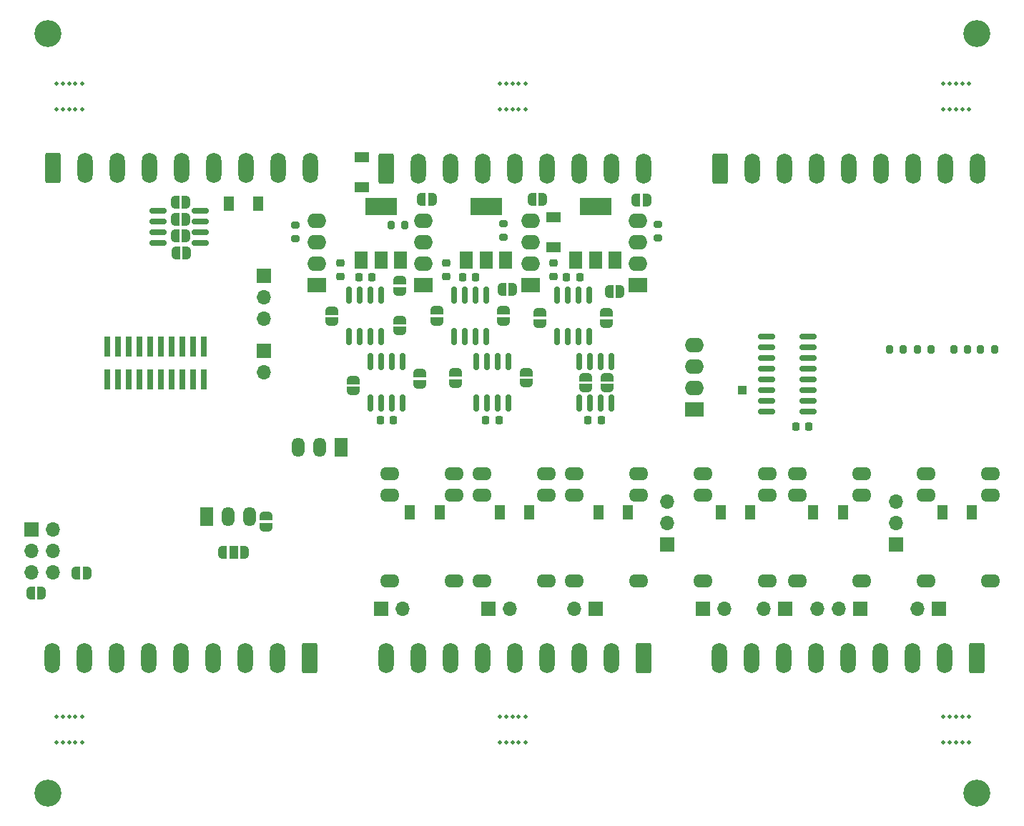
<source format=gbr>
%TF.GenerationSoftware,KiCad,Pcbnew,(6.0.4)*%
%TF.CreationDate,2022-12-17T19:50:06+01:00*%
%TF.ProjectId,bsc,6273632e-6b69-4636-9164-5f7063625858,rev?*%
%TF.SameCoordinates,Original*%
%TF.FileFunction,Soldermask,Bot*%
%TF.FilePolarity,Negative*%
%FSLAX46Y46*%
G04 Gerber Fmt 4.6, Leading zero omitted, Abs format (unit mm)*
G04 Created by KiCad (PCBNEW (6.0.4)) date 2022-12-17 19:50:06*
%MOMM*%
%LPD*%
G01*
G04 APERTURE LIST*
G04 Aperture macros list*
%AMRoundRect*
0 Rectangle with rounded corners*
0 $1 Rounding radius*
0 $2 $3 $4 $5 $6 $7 $8 $9 X,Y pos of 4 corners*
0 Add a 4 corners polygon primitive as box body*
4,1,4,$2,$3,$4,$5,$6,$7,$8,$9,$2,$3,0*
0 Add four circle primitives for the rounded corners*
1,1,$1+$1,$2,$3*
1,1,$1+$1,$4,$5*
1,1,$1+$1,$6,$7*
1,1,$1+$1,$8,$9*
0 Add four rect primitives between the rounded corners*
20,1,$1+$1,$2,$3,$4,$5,0*
20,1,$1+$1,$4,$5,$6,$7,0*
20,1,$1+$1,$6,$7,$8,$9,0*
20,1,$1+$1,$8,$9,$2,$3,0*%
%AMFreePoly0*
4,1,22,0.500000,-0.750000,0.000000,-0.750000,0.000000,-0.745033,-0.079941,-0.743568,-0.215256,-0.701293,-0.333266,-0.622738,-0.424486,-0.514219,-0.481581,-0.384460,-0.499164,-0.250000,-0.500000,-0.250000,-0.500000,0.250000,-0.499164,0.250000,-0.499963,0.256109,-0.478152,0.396186,-0.417904,0.524511,-0.324060,0.630769,-0.204165,0.706417,-0.067858,0.745374,0.000000,0.744959,0.000000,0.750000,
0.500000,0.750000,0.500000,-0.750000,0.500000,-0.750000,$1*%
%AMFreePoly1*
4,1,20,0.000000,0.744959,0.073905,0.744508,0.209726,0.703889,0.328688,0.626782,0.421226,0.519385,0.479903,0.390333,0.500000,0.250000,0.500000,-0.250000,0.499851,-0.262216,0.476331,-0.402017,0.414519,-0.529596,0.319384,-0.634700,0.198574,-0.708877,0.061801,-0.746166,0.000000,-0.745033,0.000000,-0.750000,-0.500000,-0.750000,-0.500000,0.750000,0.000000,0.750000,0.000000,0.744959,
0.000000,0.744959,$1*%
%AMFreePoly2*
4,1,22,0.550000,-0.750000,0.000000,-0.750000,0.000000,-0.745033,-0.079941,-0.743568,-0.215256,-0.701293,-0.333266,-0.622738,-0.424486,-0.514219,-0.481581,-0.384460,-0.499164,-0.250000,-0.500000,-0.250000,-0.500000,0.250000,-0.499164,0.250000,-0.499963,0.256109,-0.478152,0.396186,-0.417904,0.524511,-0.324060,0.630769,-0.204165,0.706417,-0.067858,0.745374,0.000000,0.744959,0.000000,0.750000,
0.550000,0.750000,0.550000,-0.750000,0.550000,-0.750000,$1*%
%AMFreePoly3*
4,1,20,0.000000,0.744959,0.073905,0.744508,0.209726,0.703889,0.328688,0.626782,0.421226,0.519385,0.479903,0.390333,0.500000,0.250000,0.500000,-0.250000,0.499851,-0.262216,0.476331,-0.402017,0.414519,-0.529596,0.319384,-0.634700,0.198574,-0.708877,0.061801,-0.746166,0.000000,-0.745033,0.000000,-0.750000,-0.550000,-0.750000,-0.550000,0.750000,0.000000,0.750000,0.000000,0.744959,
0.000000,0.744959,$1*%
G04 Aperture macros list end*
%ADD10R,1.700000X1.700000*%
%ADD11O,1.700000X1.700000*%
%ADD12C,0.500000*%
%ADD13C,3.200000*%
%ADD14O,2.300000X1.600000*%
%ADD15R,2.250000X1.750000*%
%ADD16O,2.250000X1.750000*%
%ADD17RoundRect,0.250000X-0.650000X-1.550000X0.650000X-1.550000X0.650000X1.550000X-0.650000X1.550000X0*%
%ADD18O,1.800000X3.600000*%
%ADD19R,1.500000X2.300000*%
%ADD20O,1.500000X2.300000*%
%ADD21RoundRect,0.250000X0.650000X1.550000X-0.650000X1.550000X-0.650000X-1.550000X0.650000X-1.550000X0*%
%ADD22FreePoly0,180.000000*%
%ADD23FreePoly1,180.000000*%
%ADD24FreePoly0,90.000000*%
%ADD25FreePoly1,90.000000*%
%ADD26R,1.000000X1.000000*%
%ADD27R,1.300000X1.700000*%
%ADD28RoundRect,0.225000X-0.225000X-0.250000X0.225000X-0.250000X0.225000X0.250000X-0.225000X0.250000X0*%
%ADD29RoundRect,0.150000X0.150000X-0.825000X0.150000X0.825000X-0.150000X0.825000X-0.150000X-0.825000X0*%
%ADD30FreePoly0,0.000000*%
%ADD31FreePoly1,0.000000*%
%ADD32RoundRect,0.225000X0.225000X0.250000X-0.225000X0.250000X-0.225000X-0.250000X0.225000X-0.250000X0*%
%ADD33RoundRect,0.200000X-0.200000X-0.275000X0.200000X-0.275000X0.200000X0.275000X-0.200000X0.275000X0*%
%ADD34RoundRect,0.200000X0.275000X-0.200000X0.275000X0.200000X-0.275000X0.200000X-0.275000X-0.200000X0*%
%ADD35RoundRect,0.225000X-0.250000X0.225000X-0.250000X-0.225000X0.250000X-0.225000X0.250000X0.225000X0*%
%ADD36FreePoly2,180.000000*%
%ADD37R,1.000000X1.500000*%
%ADD38FreePoly3,180.000000*%
%ADD39R,1.500000X2.000000*%
%ADD40R,3.800000X2.000000*%
%ADD41RoundRect,0.150000X-0.825000X-0.150000X0.825000X-0.150000X0.825000X0.150000X-0.825000X0.150000X0*%
%ADD42R,1.700000X1.300000*%
%ADD43R,0.740000X2.400000*%
G04 APERTURE END LIST*
D10*
%TO.C,J14*%
X135432800Y-81584800D03*
D11*
X135432800Y-79044800D03*
X135432800Y-76504800D03*
%TD*%
D12*
%TO.C,mouse-bite-3mm-slot*%
X142500000Y-27000000D03*
X141738000Y-30000000D03*
X140988000Y-27000000D03*
X144024000Y-27000000D03*
X142500000Y-30000000D03*
X144024000Y-30000000D03*
X143250000Y-30000000D03*
X140988000Y-30000000D03*
X143250000Y-27000000D03*
X141750000Y-27000000D03*
%TD*%
D13*
%TO.C,H1*%
X35000000Y-21000000D03*
%TD*%
D10*
%TO.C,J9*%
X74422000Y-89154000D03*
D11*
X76962000Y-89154000D03*
%TD*%
D13*
%TO.C,H4*%
X35000000Y-111000000D03*
%TD*%
D14*
%TO.C,K4*%
X120142000Y-85852000D03*
X120142000Y-75692000D03*
X120142000Y-73152000D03*
X112522000Y-73152000D03*
X112522000Y-75692000D03*
X112522000Y-85852000D03*
%TD*%
D15*
%TO.C,PS2*%
X111570500Y-65583500D03*
D16*
X111570500Y-63043500D03*
X111570500Y-60503500D03*
X111570500Y-57963500D03*
%TD*%
D12*
%TO.C,mouse-bite-3mm-slot*%
X142500000Y-105000000D03*
X141750000Y-102000000D03*
X144024000Y-102000000D03*
X143250000Y-105000000D03*
X140988000Y-105000000D03*
X140988000Y-102000000D03*
X144024000Y-105000000D03*
X142500000Y-102000000D03*
X141738000Y-105000000D03*
X143250000Y-102000000D03*
%TD*%
D10*
%TO.C,J5*%
X99822000Y-89154000D03*
D11*
X97282000Y-89154000D03*
%TD*%
D10*
%TO.C,J10*%
X140512800Y-89154000D03*
D11*
X137972800Y-89154000D03*
%TD*%
D12*
%TO.C,mouse-bite-3mm-slot*%
X38250000Y-105000000D03*
X35988000Y-102000000D03*
X37500000Y-105000000D03*
X36738000Y-105000000D03*
X38250000Y-102000000D03*
X35988000Y-105000000D03*
X39024000Y-105000000D03*
X37500000Y-102000000D03*
X39024000Y-102000000D03*
X36750000Y-102000000D03*
%TD*%
D10*
%TO.C,J16*%
X108305600Y-81584800D03*
D11*
X108305600Y-79044800D03*
X108305600Y-76504800D03*
%TD*%
D10*
%TO.C,J13*%
X112517000Y-89154000D03*
D11*
X115057000Y-89154000D03*
%TD*%
D13*
%TO.C,H3*%
X145000000Y-111000000D03*
%TD*%
D15*
%TO.C,PS5*%
X92137500Y-50800000D03*
D16*
X92137500Y-48260000D03*
X92137500Y-45720000D03*
X92137500Y-43180000D03*
%TD*%
D17*
%TO.C,X2*%
X75055000Y-37000000D03*
D18*
X78865000Y-37000000D03*
X82675000Y-37000000D03*
X86485000Y-37000000D03*
X90295000Y-37000000D03*
X94105000Y-37000000D03*
X97915000Y-37000000D03*
X101725000Y-37000000D03*
X105535000Y-37000000D03*
%TD*%
D19*
%TO.C,U1*%
X69688500Y-70032500D03*
D20*
X67148500Y-70032500D03*
X64608500Y-70032500D03*
%TD*%
D14*
%TO.C,K3*%
X131318000Y-85852000D03*
X131318000Y-75692000D03*
X131318000Y-73152000D03*
X123698000Y-73152000D03*
X123698000Y-75692000D03*
X123698000Y-85852000D03*
%TD*%
D17*
%TO.C,X1*%
X35560000Y-36957000D03*
D18*
X39370000Y-36957000D03*
X43180000Y-36957000D03*
X46990000Y-36957000D03*
X50800000Y-36957000D03*
X54610000Y-36957000D03*
X58420000Y-36957000D03*
X62230000Y-36957000D03*
X66040000Y-36957000D03*
%TD*%
D12*
%TO.C,mouse-bite-3mm-slot*%
X37500000Y-30000000D03*
X35988000Y-27000000D03*
X39024000Y-30000000D03*
X36750000Y-27000000D03*
X38250000Y-30000000D03*
X36738000Y-30000000D03*
X37500000Y-27000000D03*
X39024000Y-27000000D03*
X38250000Y-27000000D03*
X35988000Y-30000000D03*
%TD*%
D14*
%TO.C,K7*%
X83058000Y-85852000D03*
X83058000Y-75692000D03*
X83058000Y-73152000D03*
X75438000Y-73152000D03*
X75438000Y-75692000D03*
X75438000Y-85852000D03*
%TD*%
D12*
%TO.C,mouse-bite-3mm-slot*%
X89250000Y-102000000D03*
X90000000Y-105000000D03*
X90000000Y-102000000D03*
X88488000Y-105000000D03*
X91524000Y-102000000D03*
X89238000Y-105000000D03*
X90750000Y-105000000D03*
X91524000Y-105000000D03*
X90750000Y-102000000D03*
X88488000Y-102000000D03*
%TD*%
D21*
%TO.C,X5*%
X105500000Y-95000000D03*
D18*
X101690000Y-95000000D03*
X97880000Y-95000000D03*
X94070000Y-95000000D03*
X90260000Y-95000000D03*
X86450000Y-95000000D03*
X82640000Y-95000000D03*
X78830000Y-95000000D03*
X75020000Y-95000000D03*
%TD*%
D12*
%TO.C,mouse-bite-3mm-slot*%
X91524000Y-30000000D03*
X90000000Y-30000000D03*
X90000000Y-27000000D03*
X90750000Y-27000000D03*
X88488000Y-27000000D03*
X91524000Y-27000000D03*
X89238000Y-30000000D03*
X90750000Y-30000000D03*
X89250000Y-27000000D03*
X88488000Y-30000000D03*
%TD*%
D10*
%TO.C,J11*%
X33065800Y-79796400D03*
D11*
X35605800Y-79796400D03*
X33065800Y-82336400D03*
X35605800Y-82336400D03*
X33065800Y-84876400D03*
X35605800Y-84876400D03*
%TD*%
D13*
%TO.C,H2*%
X145000000Y-21000000D03*
%TD*%
D17*
%TO.C,X3*%
X114554000Y-37000000D03*
D18*
X118364000Y-37000000D03*
X122174000Y-37000000D03*
X125984000Y-37000000D03*
X129794000Y-37000000D03*
X133604000Y-37000000D03*
X137414000Y-37000000D03*
X141224000Y-37000000D03*
X145034000Y-37000000D03*
%TD*%
D14*
%TO.C,K2*%
X146558000Y-85852000D03*
X146558000Y-75692000D03*
X146558000Y-73152000D03*
X138938000Y-73152000D03*
X138938000Y-75692000D03*
X138938000Y-85852000D03*
%TD*%
%TO.C,K6*%
X93980000Y-85852000D03*
X93980000Y-75692000D03*
X93980000Y-73152000D03*
X86360000Y-73152000D03*
X86360000Y-75692000D03*
X86360000Y-85852000D03*
%TD*%
D21*
%TO.C,X4*%
X66000000Y-95000000D03*
D18*
X62190000Y-95000000D03*
X58380000Y-95000000D03*
X54570000Y-95000000D03*
X50760000Y-95000000D03*
X46950000Y-95000000D03*
X43140000Y-95000000D03*
X39330000Y-95000000D03*
X35520000Y-95000000D03*
%TD*%
D10*
%TO.C,J2*%
X60553600Y-49697400D03*
D11*
X60553600Y-52237400D03*
X60553600Y-54777400D03*
%TD*%
D21*
%TO.C,X6*%
X145000000Y-95000000D03*
D18*
X141190000Y-95000000D03*
X137380000Y-95000000D03*
X133570000Y-95000000D03*
X129760000Y-95000000D03*
X125950000Y-95000000D03*
X122140000Y-95000000D03*
X118330000Y-95000000D03*
X114520000Y-95000000D03*
%TD*%
D10*
%TO.C,J4*%
X60553600Y-58618200D03*
D11*
X60553600Y-61158200D03*
%TD*%
D10*
%TO.C,J12*%
X122275600Y-89154000D03*
D11*
X119735600Y-89154000D03*
%TD*%
D15*
%TO.C,PS3*%
X79437500Y-50800000D03*
D16*
X79437500Y-48260000D03*
X79437500Y-45720000D03*
X79437500Y-43180000D03*
%TD*%
D10*
%TO.C,J15*%
X131176000Y-89154000D03*
D11*
X128636000Y-89154000D03*
X126096000Y-89154000D03*
%TD*%
D14*
%TO.C,K5*%
X104902000Y-85852000D03*
X104902000Y-75692000D03*
X104902000Y-73152000D03*
X97282000Y-73152000D03*
X97282000Y-75692000D03*
X97282000Y-85852000D03*
%TD*%
D15*
%TO.C,PS4*%
X104837500Y-50800000D03*
D16*
X104837500Y-48260000D03*
X104837500Y-45720000D03*
X104837500Y-43180000D03*
%TD*%
D10*
%TO.C,J8*%
X87117000Y-89154000D03*
D11*
X89657000Y-89154000D03*
%TD*%
D19*
%TO.C,U19*%
X53755500Y-78303500D03*
D20*
X56295500Y-78303500D03*
X58835500Y-78303500D03*
%TD*%
D15*
%TO.C,PS1*%
X66864500Y-50851500D03*
D16*
X66864500Y-48311500D03*
X66864500Y-45771500D03*
X66864500Y-43231500D03*
%TD*%
D22*
%TO.C,JP14*%
X93614000Y-40640000D03*
D23*
X92314000Y-40640000D03*
%TD*%
D24*
%TO.C,JP25*%
X101092000Y-55387000D03*
D25*
X101092000Y-54087000D03*
%TD*%
D24*
%TO.C,JP11*%
X76631800Y-56286400D03*
D25*
X76631800Y-54986400D03*
%TD*%
D24*
%TO.C,JP9*%
X79019400Y-62575200D03*
D25*
X79019400Y-61275200D03*
%TD*%
D26*
%TO.C,TP5*%
X117221000Y-63246000D03*
%TD*%
D24*
%TO.C,JP19*%
X81026000Y-55118000D03*
D25*
X81026000Y-53818000D03*
%TD*%
D27*
%TO.C,D10*%
X81381600Y-77800200D03*
X77881600Y-77800200D03*
%TD*%
D28*
%TO.C,C44*%
X74383600Y-66852800D03*
X75933600Y-66852800D03*
%TD*%
D29*
%TO.C,U5*%
X101727000Y-64832000D03*
X100457000Y-64832000D03*
X99187000Y-64832000D03*
X97917000Y-64832000D03*
X97917000Y-59882000D03*
X99187000Y-59882000D03*
X100457000Y-59882000D03*
X101727000Y-59882000D03*
%TD*%
D27*
%TO.C,D9*%
X91973400Y-77800200D03*
X88473400Y-77800200D03*
%TD*%
D30*
%TO.C,JP3*%
X50038000Y-45008800D03*
D31*
X51338000Y-45008800D03*
%TD*%
D22*
%TO.C,JP30*%
X39624000Y-84963000D03*
D23*
X38324000Y-84963000D03*
%TD*%
D32*
%TO.C,C41*%
X85623400Y-49936400D03*
X84073400Y-49936400D03*
%TD*%
D29*
%TO.C,U8*%
X74422000Y-56958000D03*
X73152000Y-56958000D03*
X71882000Y-56958000D03*
X70612000Y-56958000D03*
X70612000Y-52008000D03*
X71882000Y-52008000D03*
X73152000Y-52008000D03*
X74422000Y-52008000D03*
%TD*%
D24*
%TO.C,JP24*%
X98679000Y-63032400D03*
D25*
X98679000Y-61732400D03*
%TD*%
D29*
%TO.C,U16*%
X86868000Y-56958000D03*
X85598000Y-56958000D03*
X84328000Y-56958000D03*
X83058000Y-56958000D03*
X83058000Y-52008000D03*
X84328000Y-52008000D03*
X85598000Y-52008000D03*
X86868000Y-52008000D03*
%TD*%
D33*
%TO.C,R37*%
X137923000Y-58420000D03*
X139573000Y-58420000D03*
%TD*%
D22*
%TO.C,JP7*%
X80533000Y-40640000D03*
D23*
X79233000Y-40640000D03*
%TD*%
D32*
%TO.C,C40*%
X73355200Y-49936400D03*
X71805200Y-49936400D03*
%TD*%
D33*
%TO.C,R39*%
X134621000Y-58420000D03*
X136271000Y-58420000D03*
%TD*%
D22*
%TO.C,JP31*%
X34279600Y-87299800D03*
D23*
X32979600Y-87299800D03*
%TD*%
D34*
%TO.C,R19*%
X64262000Y-45338000D03*
X64262000Y-43688000D03*
%TD*%
D33*
%TO.C,R41*%
X145416000Y-58420000D03*
X147066000Y-58420000D03*
%TD*%
D35*
%TO.C,C36*%
X69596000Y-48247000D03*
X69596000Y-49797000D03*
%TD*%
D30*
%TO.C,JP4*%
X50038000Y-43027600D03*
D31*
X51338000Y-43027600D03*
%TD*%
D29*
%TO.C,U9*%
X99060000Y-56958000D03*
X97790000Y-56958000D03*
X96520000Y-56958000D03*
X95250000Y-56958000D03*
X95250000Y-52008000D03*
X96520000Y-52008000D03*
X97790000Y-52008000D03*
X99060000Y-52008000D03*
%TD*%
D32*
%TO.C,C43*%
X97955400Y-49936400D03*
X96405400Y-49936400D03*
%TD*%
D27*
%TO.C,D6*%
X129108200Y-77800200D03*
X125608200Y-77800200D03*
%TD*%
D28*
%TO.C,C47*%
X98964400Y-66856800D03*
X100514400Y-66856800D03*
%TD*%
D29*
%TO.C,U6*%
X89535000Y-64832000D03*
X88265000Y-64832000D03*
X86995000Y-64832000D03*
X85725000Y-64832000D03*
X85725000Y-59882000D03*
X86995000Y-59882000D03*
X88265000Y-59882000D03*
X89535000Y-59882000D03*
%TD*%
D24*
%TO.C,JP18*%
X88900000Y-55118000D03*
D25*
X88900000Y-53818000D03*
%TD*%
D33*
%TO.C,R43*%
X142240000Y-58420000D03*
X143890000Y-58420000D03*
%TD*%
D24*
%TO.C,JP28*%
X60833000Y-79502000D03*
D25*
X60833000Y-78202000D03*
%TD*%
D35*
%TO.C,C45*%
X82169000Y-48247000D03*
X82169000Y-49797000D03*
%TD*%
D36*
%TO.C,JP29*%
X58272200Y-82524600D03*
D37*
X56972200Y-82524600D03*
D38*
X55672200Y-82524600D03*
%TD*%
D30*
%TO.C,JP1*%
X50150000Y-46990000D03*
D31*
X51450000Y-46990000D03*
%TD*%
D39*
%TO.C,U15*%
X102122000Y-47854000D03*
X99822000Y-47854000D03*
D40*
X99822000Y-41554000D03*
D39*
X97522000Y-47854000D03*
%TD*%
D24*
%TO.C,JP17*%
X83261200Y-62499000D03*
D25*
X83261200Y-61199000D03*
%TD*%
D33*
%TO.C,R63*%
X75603600Y-43738800D03*
X77253600Y-43738800D03*
%TD*%
D34*
%TO.C,R64*%
X107188000Y-45275000D03*
X107188000Y-43625000D03*
%TD*%
D41*
%TO.C,U13*%
X48071000Y-45847000D03*
X48071000Y-44577000D03*
X48071000Y-43307000D03*
X48071000Y-42037000D03*
X53021000Y-42037000D03*
X53021000Y-43307000D03*
X53021000Y-44577000D03*
X53021000Y-45847000D03*
%TD*%
D24*
%TO.C,JP16*%
X91668600Y-62458600D03*
D25*
X91668600Y-61158600D03*
%TD*%
D42*
%TO.C,D2*%
X94869000Y-46327000D03*
X94869000Y-42827000D03*
%TD*%
D27*
%TO.C,D3*%
X59916000Y-41148000D03*
X56416000Y-41148000D03*
%TD*%
D24*
%TO.C,JP10*%
X71120000Y-63388000D03*
D25*
X71120000Y-62088000D03*
%TD*%
D43*
%TO.C,J1*%
X42037000Y-58121000D03*
X42037000Y-62021000D03*
X43307000Y-58121000D03*
X43307000Y-62021000D03*
X44577000Y-58121000D03*
X44577000Y-62021000D03*
X45847000Y-58121000D03*
X45847000Y-62021000D03*
X47117000Y-58121000D03*
X47117000Y-62021000D03*
X48387000Y-58121000D03*
X48387000Y-62021000D03*
X49657000Y-58121000D03*
X49657000Y-62021000D03*
X50927000Y-58121000D03*
X50927000Y-62021000D03*
X52197000Y-58121000D03*
X52197000Y-62021000D03*
X53467000Y-58121000D03*
X53467000Y-62021000D03*
%TD*%
D22*
%TO.C,JP21*%
X105933000Y-40767000D03*
D23*
X104633000Y-40767000D03*
%TD*%
D39*
%TO.C,U17*%
X89168000Y-47854000D03*
X86868000Y-47854000D03*
D40*
X86868000Y-41554000D03*
D39*
X84568000Y-47854000D03*
%TD*%
D28*
%TO.C,C46*%
X86842600Y-66827400D03*
X88392600Y-66827400D03*
%TD*%
D32*
%TO.C,C28*%
X125108000Y-67564000D03*
X123558000Y-67564000D03*
%TD*%
D35*
%TO.C,C37*%
X94869000Y-48247000D03*
X94869000Y-49797000D03*
%TD*%
D27*
%TO.C,D5*%
X144424400Y-77800200D03*
X140924400Y-77800200D03*
%TD*%
D42*
%TO.C,D24*%
X72136000Y-39215000D03*
X72136000Y-35715000D03*
%TD*%
D24*
%TO.C,JP26*%
X93218000Y-55387000D03*
D25*
X93218000Y-54087000D03*
%TD*%
D24*
%TO.C,JP23*%
X101168200Y-63032400D03*
D25*
X101168200Y-61732400D03*
%TD*%
D34*
%TO.C,R65*%
X88925400Y-45173400D03*
X88925400Y-43523400D03*
%TD*%
D24*
%TO.C,JP12*%
X68580000Y-55148000D03*
D25*
X68580000Y-53848000D03*
%TD*%
D22*
%TO.C,JP15*%
X90058000Y-51308000D03*
D23*
X88758000Y-51308000D03*
%TD*%
D41*
%TO.C,U12*%
X120080000Y-65786000D03*
X120080000Y-64516000D03*
X120080000Y-63246000D03*
X120080000Y-61976000D03*
X120080000Y-60706000D03*
X120080000Y-59436000D03*
X120080000Y-58166000D03*
X120080000Y-56896000D03*
X125030000Y-56896000D03*
X125030000Y-58166000D03*
X125030000Y-59436000D03*
X125030000Y-60706000D03*
X125030000Y-61976000D03*
X125030000Y-63246000D03*
X125030000Y-64516000D03*
X125030000Y-65786000D03*
%TD*%
D29*
%TO.C,U4*%
X76962000Y-64832000D03*
X75692000Y-64832000D03*
X74422000Y-64832000D03*
X73152000Y-64832000D03*
X73152000Y-59882000D03*
X74422000Y-59882000D03*
X75692000Y-59882000D03*
X76962000Y-59882000D03*
%TD*%
D39*
%TO.C,U14*%
X76722000Y-47854000D03*
X74422000Y-47854000D03*
D40*
X74422000Y-41554000D03*
D39*
X72122000Y-47854000D03*
%TD*%
D24*
%TO.C,JP8*%
X76631800Y-51562000D03*
D25*
X76631800Y-50262000D03*
%TD*%
D22*
%TO.C,JP22*%
X102773000Y-51562000D03*
D23*
X101473000Y-51562000D03*
%TD*%
D27*
%TO.C,D8*%
X103680200Y-77800200D03*
X100180200Y-77800200D03*
%TD*%
D30*
%TO.C,JP2*%
X50038000Y-41021000D03*
D31*
X51338000Y-41021000D03*
%TD*%
D27*
%TO.C,D7*%
X118160800Y-77800200D03*
X114660800Y-77800200D03*
%TD*%
M02*

</source>
